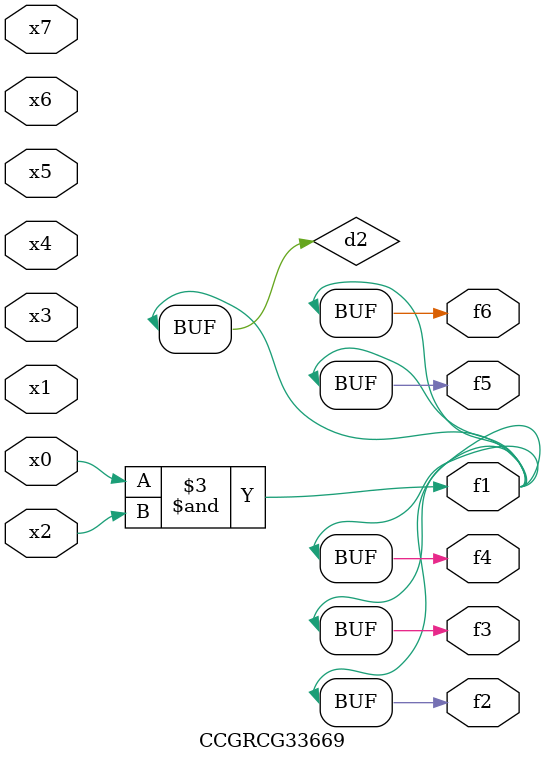
<source format=v>
module CCGRCG33669(
	input x0, x1, x2, x3, x4, x5, x6, x7,
	output f1, f2, f3, f4, f5, f6
);

	wire d1, d2;

	nor (d1, x3, x6);
	and (d2, x0, x2);
	assign f1 = d2;
	assign f2 = d2;
	assign f3 = d2;
	assign f4 = d2;
	assign f5 = d2;
	assign f6 = d2;
endmodule

</source>
